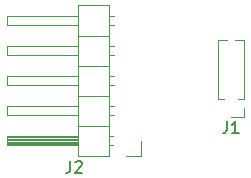
<source format=gbr>
G04 #@! TF.GenerationSoftware,KiCad,Pcbnew,5.1.5+dfsg1-2build2*
G04 #@! TF.CreationDate,2020-11-19T12:47:17+00:00*
G04 #@! TF.ProjectId,EncoderBoard_IG,456e636f-6465-4724-926f-6172645f4947,rev?*
G04 #@! TF.SameCoordinates,Original*
G04 #@! TF.FileFunction,Legend,Top*
G04 #@! TF.FilePolarity,Positive*
%FSLAX46Y46*%
G04 Gerber Fmt 4.6, Leading zero omitted, Abs format (unit mm)*
G04 Created by KiCad (PCBNEW 5.1.5+dfsg1-2build2) date 2020-11-19 12:47:17*
%MOMM*%
%LPD*%
G04 APERTURE LIST*
%ADD10C,0.120000*%
%ADD11C,0.150000*%
G04 APERTURE END LIST*
D10*
X144907000Y-94043500D02*
X143637000Y-94043500D01*
X144907000Y-92773500D02*
X144907000Y-94043500D01*
X142594071Y-82233500D02*
X142197000Y-82233500D01*
X142594071Y-82993500D02*
X142197000Y-82993500D01*
X133537000Y-82233500D02*
X139537000Y-82233500D01*
X133537000Y-82993500D02*
X133537000Y-82233500D01*
X139537000Y-82993500D02*
X133537000Y-82993500D01*
X142197000Y-83883500D02*
X139537000Y-83883500D01*
X142594071Y-84773500D02*
X142197000Y-84773500D01*
X142594071Y-85533500D02*
X142197000Y-85533500D01*
X133537000Y-84773500D02*
X139537000Y-84773500D01*
X133537000Y-85533500D02*
X133537000Y-84773500D01*
X139537000Y-85533500D02*
X133537000Y-85533500D01*
X142197000Y-86423500D02*
X139537000Y-86423500D01*
X142594071Y-87313500D02*
X142197000Y-87313500D01*
X142594071Y-88073500D02*
X142197000Y-88073500D01*
X133537000Y-87313500D02*
X139537000Y-87313500D01*
X133537000Y-88073500D02*
X133537000Y-87313500D01*
X139537000Y-88073500D02*
X133537000Y-88073500D01*
X142197000Y-88963500D02*
X139537000Y-88963500D01*
X142594071Y-89853500D02*
X142197000Y-89853500D01*
X142594071Y-90613500D02*
X142197000Y-90613500D01*
X133537000Y-89853500D02*
X139537000Y-89853500D01*
X133537000Y-90613500D02*
X133537000Y-89853500D01*
X139537000Y-90613500D02*
X133537000Y-90613500D01*
X142197000Y-91503500D02*
X139537000Y-91503500D01*
X142527000Y-92393500D02*
X142197000Y-92393500D01*
X142527000Y-93153500D02*
X142197000Y-93153500D01*
X139537000Y-92493500D02*
X133537000Y-92493500D01*
X139537000Y-92613500D02*
X133537000Y-92613500D01*
X139537000Y-92733500D02*
X133537000Y-92733500D01*
X139537000Y-92853500D02*
X133537000Y-92853500D01*
X139537000Y-92973500D02*
X133537000Y-92973500D01*
X139537000Y-93093500D02*
X133537000Y-93093500D01*
X133537000Y-92393500D02*
X139537000Y-92393500D01*
X133537000Y-93153500D02*
X133537000Y-92393500D01*
X139537000Y-93153500D02*
X133537000Y-93153500D01*
X139537000Y-94103500D02*
X142197000Y-94103500D01*
X139537000Y-81283500D02*
X139537000Y-94103500D01*
X142197000Y-81283500D02*
X139537000Y-81283500D01*
X142197000Y-94103500D02*
X142197000Y-81283500D01*
X153637000Y-90739500D02*
X152527000Y-90739500D01*
X153637000Y-89979500D02*
X153637000Y-90739500D01*
X151963529Y-89219500D02*
X151417000Y-89219500D01*
X153637000Y-89219500D02*
X153090471Y-89219500D01*
X151417000Y-89219500D02*
X151417000Y-84204500D01*
X153637000Y-89219500D02*
X153637000Y-84204500D01*
X152219470Y-84204500D02*
X151417000Y-84204500D01*
X153637000Y-84204500D02*
X152834530Y-84204500D01*
D11*
X138918666Y-94495880D02*
X138918666Y-95210166D01*
X138871047Y-95353023D01*
X138775809Y-95448261D01*
X138632952Y-95495880D01*
X138537714Y-95495880D01*
X139347238Y-94591119D02*
X139394857Y-94543500D01*
X139490095Y-94495880D01*
X139728190Y-94495880D01*
X139823428Y-94543500D01*
X139871047Y-94591119D01*
X139918666Y-94686357D01*
X139918666Y-94781595D01*
X139871047Y-94924452D01*
X139299619Y-95495880D01*
X139918666Y-95495880D01*
X152193666Y-91126880D02*
X152193666Y-91841166D01*
X152146047Y-91984023D01*
X152050809Y-92079261D01*
X151907952Y-92126880D01*
X151812714Y-92126880D01*
X153193666Y-92126880D02*
X152622238Y-92126880D01*
X152907952Y-92126880D02*
X152907952Y-91126880D01*
X152812714Y-91269738D01*
X152717476Y-91364976D01*
X152622238Y-91412595D01*
M02*

</source>
